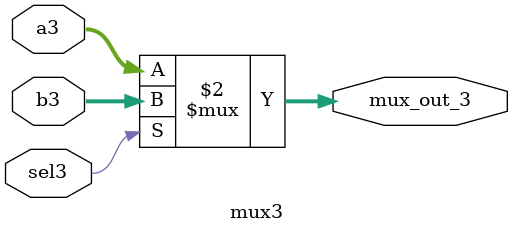
<source format=v>
`timescale 1ns / 1ps



module mux3(sel3,a3,b3,mux_out_3);
input sel3;
input [31:0] a3,b3;
output [31:0] mux_out_3;
assign mux_out_3= (sel3==1'b0) ? a3 : b3;
endmodule

</source>
